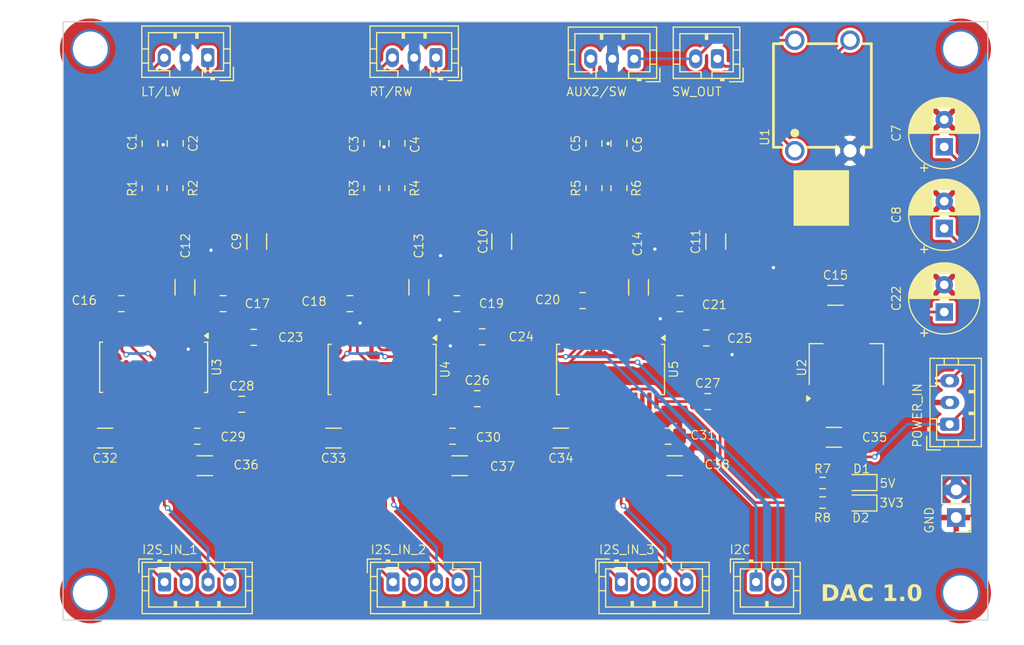
<source format=kicad_pcb>
(kicad_pcb (version 20240108) (generator "pcbnew") (generator_version "8.0")
  (layers (0 "F.Cu" signal) (31 "B.Cu" signal) (34 "B.Paste" user) (35 "F.Paste" user) (36 "B.SilkS" user "B.Silkscreen") (37 "F.SilkS" user "F.Silkscreen") (38 "B.Mask" user) (39 "F.Mask" user) (44 "Edge.Cuts" user))
  (net 0 "")
  (net 1 "MCLK0")
  (net 2 "MCLK1")
  (net 3 "LEFT_WOOFER")
  (net 4 "AGND")
  (net 5 "GND")
  (net 6 "3V3")
  (net 7 "5V")
  (net 8 "Net-(D1-A)")
  (net 9 "Net-(D2-A)")
  (net 10 "LEFT_TWEETER")
  (net 11 "SDA")
  (net 12 "SCL")
  (net 13 "MCLK2")
  (net 14 "RIGHT_TWEETER")
  (net 15 "LRCLK0")
  (net 16 "BCLK0")
  (net 17 "DATA0")
  (net 18 "LRCLK1")
  (net 19 "DATA1")
  (net 25 "BCLK1")
  (net 26 "DATA2")
  (net 27 "RIGHT_WOOFER")
  (net 28 "LRCLK2")
  (net 29 "BCLK2")
  (net 30 "3V3A")
  (net 31 "Net-(U3-CAPP)")
  (net 32 "Net-(U3-CAPM)")
  (net 33 "Net-(U3-LDOO)")
  (net 34 "Net-(U3-VNEG)")
  (net 35 "LW_OUT_PRE")
  (net 36 "LT_OUT_PRE")
  (net 37 "RT_OUT_PRE")
  (net 38 "RW_OUT_PRE")
  (net 39 "SW_OUT_PRE")
  (net 40 "SW_OUT")
  (net 41 "SW_NEG")
  (net 42 "SUBWOOFER")
  (net 43 "SPARE_OUT")
  (net 44 "SPARE_OUT_PRE")
  (net 45 "Net-(U4-VNEG)")
  (net 46 "Net-(U5-VNEG)")
  (net 47 "Net-(U4-CAPP)")
  (net 48 "Net-(U4-CAPM)")
  (net 49 "Net-(U5-CAPM)")
  (net 50 "Net-(U5-CAPP)")
  (net 51 "Net-(U4-LDOO)")
  (net 52 "Net-(U5-LDOO)")
  (footprint "Capacitor_SMD:C_1206_3216Metric_Pad1.33x1.80mm_HandSolder" (layer "F.Cu") (at 95.3864 98.4775)
    (property "Reference" "C37")
    (property "Value" "10U")
  )
  (footprint "Capacitor_SMD:C_0805_2012Metric_Pad1.18x1.45mm_HandSolder" (layer "F.Cu") (at 66.9364 68.8525 90)
    (property "Reference" "C1")
    (property "Value" "2.2n 50V C0G")
  )
  (footprint "Package_SO:TSSOP-28_4.4x9.7mm_P0.65mm" (layer "F.Cu") (at 67.2614 89.4275 -90)
    (property "Reference" "U3")
    (property "Value" "PCM5122PW")
  )
  (footprint "Capacitor_SMD:C_0805_2012Metric_Pad1.18x1.45mm_HandSolder" (layer "F.Cu") (at 94.7364 95.765 180)
    (property "Reference" "C30")
    (property "Value" "0.1U")
  )
  (footprint "Connector_JST:JST_PH_B3B-PH-K_1x03_P2.00mm_Vertical" (layer "F.Cu") (at 72.2364 60.965 180)
    (property "Reference" "J1" (hide yes))
    (property "Value" "Conn_01x03_Pin")
  )
  (footprint "Capacitor_SMD:C_1206_3216Metric_Pad1.33x1.80mm_HandSolder" (layer "F.Cu") (at 71.9614 98.4775)
    (property "Reference" "C36")
    (property "Value" "10U")
  )
  (footprint "Connector_JST:JST_PH_B2B-PH-K_1x02_P2.00mm_Vertical" (layer "F.Cu") (at 119.0864 61.065 180)
    (property "Reference" "J4" (hide yes))
    (property "Value" "Conn_01x02_Pin")
  )
  (footprint "Resistor_SMD:R_0805_2012Metric_Pad1.20x1.40mm_HandSolder" (layer "F.Cu") (at 66.9364 72.965 90)
    (property "Reference" "R1")
    (property "Value" "470R TF")
  )
  (footprint "Capacitor_SMD:C_0805_2012Metric_Pad1.18x1.45mm_HandSolder" (layer "F.Cu") (at 75.3614 92.8275)
    (property "Reference" "C28")
    (property "Value" "0.1U")
  )
  (footprint "Capacitor_SMD:C_0805_2012Metric_Pad1.18x1.45mm_HandSolder" (layer "F.Cu") (at 64.2989 83.5775 180)
    (property "Reference" "C16")
    (property "Value" "0.1U")
  )
  (footprint "Capacitor_SMD:C_0805_2012Metric_Pad1.18x1.45mm_HandSolder" (layer "F.Cu") (at 97.0114 92.315)
    (property "Reference" "C26")
    (property "Value" "0.1U")
  )
  (footprint "Connector_JST:JST_PH_B3B-PH-K_1x03_P2.00mm_Vertical" (layer "F.Cu") (at 140.4364 94.665 90)
    (property "Reference" "J5" (hide yes))
    (property "Value" "Conn_01x03_Pin")
  )
  (footprint "easyeda2kicad:XFMR-TH_4P-L9.5-W9.0-P5.08-LS10.2_C9900096976" (layer "F.Cu") (at 128.7364 64.445 90)
    (property "Reference" "U1")
    (property "Value" "DA101C_C6931652")
  )
  (footprint "Capacitor_SMD:C_0805_2012Metric_Pad1.18x1.45mm_HandSolder" (layer "F.Cu") (at 69.2364 68.8525 90)
    (property "Reference" "C2")
    (property "Value" "2.2n 50V C0G")
  )
  (footprint "Package_TO_SOT_SMD:SOT-223-3_TabPin2" (layer "F.Cu") (at 130.9364 89.165 90)
    (property "Reference" "U2")
    (property "Value" "AMS1117-3.3")
  )
  (footprint "Connector_JST:JST_PH_B2B-PH-K_1x02_P2.00mm_Vertical" (layer "F.Cu") (at 122.6364 109.165)
    (property "Reference" "J10" (hide yes))
    (property "Value" "Conn_01x02_Pin")
  )
  (footprint "Capacitor_SMD:C_1206_3216Metric_Pad1.33x1.80mm_HandSolder" (layer "F.Cu") (at 111.8364 82.0775 -90)
    (property "Reference" "C14")
    (property "Value" "2.2u 25V")
  )
  (footprint "Capacitor_SMD:C_1206_3216Metric_Pad1.33x1.80mm_HandSolder" (layer "F.Cu") (at 76.7364 77.865 90)
    (property "Reference" "C9")
    (property "Value" "10U")
  )
  (footprint "MountingHole:MountingHole_3.2mm_M3_DIN965_Pad_TopOnly" (layer "F.Cu") (at 61.4364 110.165)
    (property "Reference" "H3" (hide yes))
    (property "Value" "MountingHole")
  )
  (footprint "Capacitor_THT:CP_Radial_D6.3mm_P2.50mm" (layer "F.Cu") (at 139.9364 76.665 90)
    (property "Reference" "C8")
    (property "Value" "220u")
  )
  (footprint "Capacitor_SMD:C_0805_2012Metric_Pad1.18x1.45mm_HandSolder" (layer "F.Cu") (at 106.6989 83.2975 180)
    (property "Reference" "C20")
    (property "Value" "0.1U")
  )
  (footprint "Capacitor_SMD:C_1206_3216Metric_Pad1.33x1.80mm_HandSolder" (layer "F.Cu") (at 91.6364 82.0775 -90)
    (property "Reference" "C13")
    (property "Value" "2.2u 25V")
  )
  (footprint "Capacitor_SMD:C_1206_3216Metric_Pad1.33x1.80mm_HandSolder" (layer "F.Cu") (at 129.9364 82.815)
    (property "Reference" "C15")
    (property "Value" "10U")
  )
  (footprint "MountingHole:MountingHole_3.2mm_M3_DIN965_Pad_TopOnly" (layer "F.Cu") (at 141.4364 110.165)
    (property "Reference" "H4" (hide yes))
    (property "Value" "MountingHole")
  )
  (footprint "Capacitor_THT:CP_Radial_D6.3mm_P2.50mm" (layer "F.Cu") (at 139.9364 69.165 90)
    (property "Reference" "C7")
    (property "Value" "220u")
  )
  (footprint "Resistor_SMD:R_0603_1608Metric_Pad0.98x0.95mm_HandSolder" (layer "F.Cu") (at 128.7489 101.865)
    (property "Reference" "R8")
    (property "Value" "150R")
  )
  (footprint "Capacitor_SMD:C_0805_2012Metric_Pad1.18x1.45mm_HandSolder" (layer "F.Cu") (at 73.6364 83.5775 180)
    (property "Reference" "C17")
    (property "Value" "2.2u 25V")
  )
  (footprint "Capacitor_SMD:C_0805_2012Metric_Pad1.18x1.45mm_HandSolder" (layer "F.Cu") (at 71.2715 95.765 180)
    (property "Reference" "C29")
    (property "Value" "0.1U")
  )
  (footprint "Capacitor_SMD:C_1206_3216Metric_Pad1.33x1.80mm_HandSolder" (layer "F.Cu") (at 129.7989 95.865 180)
    (property "Reference" "C35")
    (property "Value" "10U")
  )
  (footprint "Capacitor_SMD:C_0805_2012Metric_Pad1.18x1.45mm_HandSolder" (layer "F.Cu") (at 97.4614 86.6275)
    (property "Reference" "C24")
    (property "Value" "0.1U")
  )
  (footprint "Capacitor_SMD:C_1206_3216Metric_Pad1.33x1.80mm_HandSolder" (layer "F.Cu") (at 99.2614 77.865 90)
    (property "Reference" "C10")
    (property "Value" "10U")
  )
  (footprint "Capacitor_THT:CP_Radial_D6.3mm_P2.50mm" (layer "F.Cu") (at 139.9364 84.3474 90)
    (property "Reference" "C22")
    (property "Value" "220u")
  )
  (footprint "Capacitor_SMD:C_1206_3216Metric_Pad1.33x1.80mm_HandSolder" (layer "F.Cu") (at 118.9364 77.865 90)
    (property "Reference" "C11")
    (property "Value" "10U")
  )
  (footprint "Connector_JST:JST_PH_B4B-PH-K_1x04_P2.00mm_Vertical" (layer "F.Cu") (at 89.2614 109.165)
    (property "Reference" "J8" (hide yes))
    (property "Value" "Conn_01x04_Pin")
  )
  (footprint "MountingHole:MountingHole_3.2mm_M3_DIN965_Pad_TopOnly" (layer "F.Cu") (at 141.4364 60.165)
    (property "Reference" "H2" (hide yes))
    (property "Value" "MountingHole")
  )
  (footprint "Resistor_SMD:R_0805_2012Metric_Pad1.20x1.40mm_HandSolder" (layer "F.Cu") (at 87.3364 72.965 90)
    (property "Reference" "R3")
    (property "Value" "470R TF")
  )
  (footprint "Connector_PinHeader_2.54mm:PinHeader_1x02_P2.54mm_Vertical" (layer "F.Cu") (at 141.0364 103.24 180)
    (property "Reference" "J6" (hide yes))
    (property "Value" "Conn_01x02_Pin")
  )
  (footprint "Connector_JST:JST_PH_B3B-PH-K_1x03_P2.00mm_Vertical" (layer "F.Cu") (at 111.4364 61.065 180)
    (property "Reference" "J3" (hide yes))
    (property "Value" "Conn_01x03_Pin")
  )
  (footprint "Connector_JST:JST_PH_B3B-PH-K_1x03_P2.00mm_Vertical" (layer "F.Cu") (at 93.2114 60.965 180)
    (property "Reference" "J2" (hide yes))
    (property "Value" "Conn_01x03_Pin")
  )
  (footprint "Resistor_SMD:R_0805_2012Metric_Pad1.20x1.40mm_HandSolder" (layer "F.Cu") (at 110.0364 72.965 90)
    (property "Reference" "R6")
    (property "Value" "470R TF")
  )
  (footprint "Resistor_SMD:R_0805_2012Metric_Pad1.20x1.40mm_HandSolder" (layer "F.Cu") (at 89.6232 72.965 90)
    (property "Reference" "R4")
    (property "Value" "470R TF")
  )
  (footprint "Capacitor_SMD:C_0805_2012Metric_Pad1.18x1.45mm_HandSolder" (layer "F.Cu") (at 95.1364 83.5775 180)
    (property "Reference" "C19")
    (property "Value" "2.2u 25V")
  )
  (footprint "Capacitor_SMD:C_1206_3216Metric_Pad1.33x1.80mm_HandSolder" (layer "F.Cu") (at 83.7989 95.935 180)
    (property "Reference" "C33")
    (property "Value" "10U")
  )
  (footprint "Capacitor_SMD:C_0805_2012Metric_Pad1.18x1.45mm_HandSolder" (layer "F.Cu") (at 85.2989 83.5775 180)
    (property "Reference" "C18")
    (property "Value" "0.1U")
  )
  (footprint "Resistor_SMD:R_0805_2012Metric_Pad1.20x1.40mm_HandSolder" (layer "F.Cu") (at 107.7364 72.965 90)
    (property "Reference" "R5")
    (property "Value" "470R TF")
  )
  (footprint "Capacitor_SMD:C_0805_2012Metric_Pad1.18x1.45mm_HandSolder" (layer "F.Cu") (at 89.6232 68.8525 90)
    (property "Reference" "C4")
    (property "Value" "2.2n 50V C0G")
  )
  (footprint "Capacitor_SMD:C_1206_3216Metric_Pad1.33x1.80mm_HandSolder" (layer "F.Cu") (at 70.1364 82.0775 -90)
    (property "Reference" "C12")
    (property "Value" "2.2u 25V")
  )
  (footprint "Capacitor_SMD:C_1206_3216Metric_Pad1.33x1.80mm_HandSolder" (layer "F.Cu") (at 62.7989 95.935 180)
    (property "Reference" "C32")
    (property "Value" "10U")
  )
  (footprint "LED_SMD:LED_0603_1608Metric" (layer "F.Cu") (at 132.2614 101.905 180)
    (property "Reference" "D2")
    (property "Value" "BLUE")
  )
  (footprint "Capacitor_SMD:C_0805_2012Metric_Pad1.18x1.45mm_HandSolder" (layer "F.Cu") (at 107.7364 68.8525 90)
    (property "Reference" "C5")
    (property "Value" "2.2n 50V C0G")
  )
  (footprint "Package_SO:TSSOP-28_4.4x9.7mm_P0.65mm" (layer "F.Cu") (at 109.2614 89.6275 -90)
    (property "Reference" "U5")
    (property "Value" "PCM5122PW")
  )
  (footprint "Resistor_SMD:R_0805_2012Metric_Pad1.20x1.40mm_HandSolder" (layer "F.Cu") (at 69.2232 72.965 90)
    (property "Reference" "R2")
    (property "Value" "470R TF")
  )
  (footprint "Package_SO:TSSOP-28_4.4x9.7mm_P0.65mm" (layer "F.Cu") (at 88.2614 89.6275 -90)
    (property "Reference" "U4")
    (property "Value" "PCM5122PW")
  )
  (footprint "LED_SMD:LED_0603_1608Metric" (layer "F.Cu") (at 132.2614 100.025 180)
    (property "Reference" "D1")
    (property "Value" "RED")
  )
  (footprint "Capacitor_SMD:C_1206_3216Metric_Pad1.33x1.80mm_HandSolder" (layer "F.Cu") (at 104.6989 95.935 180)
    (property "Reference" "C34")
    (property "Value" "10U")
  )
  (footprint "Capacitor_SMD:C_0805_2012Metric_Pad1.18x1.45mm_HandSolder" (layer "F.Cu") (at 114.5614 95.765 180)
    (property "Reference" "C31")
    (property "Value" "0.1U")
  )
  (footprint "Capacitor_SMD:C_0805_2012Metric_Pad1.18x1.45mm_HandSolder" (layer "F.Cu") (at 76.4614 86.6775)
    (property "Reference" "C23")
    (property "Value" "0.1U")
  )
  (footprint "Connector_JST:JST_PH_B4B-PH-K_1x04_P2.00mm_Vertical" (layer "F.Cu") (at 68.2614 109.165)
    (property "Reference" "J7" (hide yes))
    (property "Value" "Conn_01x04_Pin")
  )
  (footprint "Capacitor_SMD:C_0805_2012Metric_Pad1.18x1.45mm_HandSolder" (layer "F.Cu") (at 110.0364 68.8525 90)
    (property "Reference" "C6")
    (property "Value" "2.2n 50V C0G")
  )
  (footprint "Connector_JST:JST_PH_B4B-PH-K_1x04_P2.00mm_Vertical" (layer "F.Cu") (at 110.2614 109.165)
    (property "Reference" "J9" (hide yes))
    (property "Value" "Conn_01x04_Pin")
  )
  (footprint "Capacitor_SMD:C_1206_3216Metric_Pad1.33x1.80mm_HandSolder" (layer "F.Cu") (at 115.1614 98.4775)
    (property "Reference" "C38")
    (property "Value" "10U")
  )
  (footprint "Capacitor_SMD:C_0805_2012Metric_Pad1.18x1.45mm_HandSolder" (layer "F.Cu") (at 118.0614 86.7275)
    (property "Reference" "C25")
    (property "Value" "0.1U")
  )
  (footprint "Capacitor_SMD:C_0805_2012Metric_Pad1.18x1.45mm_HandSolder" (layer "F.Cu") (at 87.3364 68.8525 90)
    (property "Reference" "C3")
    (property "Value" "2.2n 50V C0G")
  )
  (footprint "Capacitor_SMD:C_0805_2012Metric_Pad1.18x1.45mm_HandSolder" (layer "F.Cu") (at 115.6364 83.5775 180)
    (property "Reference" "C21")
    (property "Value" "2.2u 25V")
  )
  (footprint "Resistor_SMD:R_0603_1608Metric_Pad0.98x0.95mm_HandSolder" (layer "F.Cu") (at 128.7489 100.065)
    (property "Reference" "R7")
    (property "Value" "1.3K")
  )
  (footprint "Capacitor_SMD:C_0805_2012Metric_Pad1.18x1.45mm_HandSolder" (layer "F.Cu") (at 118.1989 92.5775)
    (property "Reference" "C27")
    (property "Value" "0.1U")
  )
  (footprint "MountingHole:MountingHole_3.2mm_M3_DIN965_Pad_TopOnly" (layer "F.Cu") (at 61.4364 60.165)
    (property "Reference" "H1" (hide yes))
    (property "Value" "MountingHole")
  )
  (gr_rect (start 126.1364 71.365) (end 131.1364 76.365) (stroke (width 0.1)) (fill solid) (layer "F.SilkS"))
  (gr_line (start 58.9364 112.665) (end 58.9364 57.665) (stroke (width 0.1)) (layer "Edge.Cuts"))
  (gr_line (start 58.9364 57.665) (end 143.9364 57.665) (stroke (width 0.1)) (layer "Edge.Cuts"))
  (gr_line (start 143.9364 112.665) (end 58.9364 112.665) (stroke (width 0.1)) (layer "Edge.Cuts"))
  (gr_line (start 143.9364 57.665) (end 143.9364 112.665) (stroke (width 0.1)) (layer "Edge.Cuts"))
  (gr_text "DAC 1.0" (at 137.9364 111.165 0) (layer "F.SilkS") (effects (font (size 1.5 1.5) (thickness 0.1) (bold yes)) (justify right bottom)))
  (gr_text "I2S_IN_3" (at 108.1364 106.665 0) (layer "F.SilkS") (effects (font (size 0.8 0.8) (thickness 0.1)) (justify left bottom)))
  (gr_text "GND" (at 139.0364 104.765 90) (layer "F.SilkS") (effects (font (size 0.8 0.8) (thickness 0.1)) (justify left bottom)))
  (gr_text "3V3" (at 133.9364 102.365 0) (layer "F.SilkS") (effects (font (size 0.8 0.8) (thickness 0.1)) (justify left bottom)))
  (gr_text "RT/RW" (at 87.0364 64.565 0) (layer "F.SilkS") (effects (font (size 0.8 0.8) (thickness 0.1)) (justify left bottom)))
  (gr_text "SW_OUT" (at 114.8364 64.565 0) (layer "F.SilkS") (effects (font (size 0.8 0.8) (thickness 0.1)) (justify left bottom)))
  (gr_text "LT/LW" (at 66.0364 64.565 0) (layer "F.SilkS") (effects (font (size 0.8 0.8) (thickness 0.1)) (justify left bottom)))
  (gr_text "AUX2/SW" (at 105.1364 64.565 0) (layer "F.SilkS") (effects (font (size 0.8 0.8) (thickness 0.1)) (justify left bottom)))
  (gr_text "I2C" (at 120.1364 106.665 0) (layer "F.SilkS") (effects (font (size 0.8 0.8) (thickness 0.1)) (justify left bottom)))
  (gr_text "5V" (at 133.9364 100.565 0) (layer "F.SilkS") (effects (font (size 0.8 0.8) (thickness 0.1)) (justify left bottom)))
  (gr_text "I2S_IN_1" (at 66.1364 106.665 0) (layer "F.SilkS") (effects (font (size 0.8 0.8) (thickness 0.1)) (justify left bottom)))
  (gr_text "POWER_IN" (at 137.9364 96.865 90) (layer "F.SilkS") (effects (font (size 0.8 0.8) (thickness 0.1)) (justify left bottom)))
  (gr_text "I2S_IN_2" (at 87.1364 106.665 0) (layer "F.SilkS") (effects (font (size 0.8 0.8) (thickness 0.1)) (justify left bottom)))
  (segment (start 66.2864 107.19) (end 66.2864 92.29) (width 0.25) (layer "F.Cu") (net 1))
  (segment (start 68.2614 109.165) (end 66.2864 107.19) (width 0.25) (layer "F.Cu") (net 1))
  (segment (start 87.2864 107.19) (end 87.2864 92.49) (width 0.25) (layer "F.Cu") (net 2))
  (segment (start 89.2614 109.165) (end 87.2864 107.19) (width 0.25) (layer "F.Cu") (net 2))
  (segment (start 70.2864 70.7532) (end 70.2864 68.8775) (width 0.25) (layer "F.Cu") (net 3))
  (segment (start 69.2364 67.465) (end 72.2364 64.465) (width 0.25) (layer "F.Cu") (net 3))
  (segment (start 70.2864 68.8775) (end 69.2364 67.8275) (width 0.25) (layer "F.Cu") (net 3))
  (segment (start 69.2232 71.8164) (end 70.2864 70.7532) (width 0.25) (layer "F.Cu") (net 3))
  (segment (start 72.2364 64.465) (end 72.2364 60.965) (width 0.25) (layer "F.Cu") (net 3))
  (segment (start 110.0364 69.865) (end 109.0364 68.865) (width 0.25) (layer "F.Cu") (net 4))
  (segment (start 120.4364 88.065) (end 120.4364 88.265) (width 0.25) (layer "F.Cu") (net 4))
  (segment (start 69.0739 69.9025) (end 68.1364 68.965) (width 0.25) (layer "F.Cu") (net 4))
  (segment (start 70.1864 86.565) (end 70.1864 87.515) (width 0.25) (layer "F.Cu") (net 4))
  (segment (start 113.295088 84.965) (end 113.8364 84.965) (width 0.25) (layer "F.Cu") (net 4))
  (segment (start 110.0364 69.89) (end 110.0364 69.865) (width 0.25) (layer "F.Cu") (net 4))
  (segment (start 129.9364 80.265) (end 124.2364 80.265) (width 0.25) (layer "F.Cu") (net 4))
  (segment (start 91.1864 86.765) (end 91.1864 86.027501) (width 0.25) (layer "F.Cu") (net 4))
  (segment (start 70.1864 87.515) (end 70.4364 87.765) (width 0.25) (layer "F.Cu") (net 4))
  (segment (start 86.6364 86.765) (end 86.6364 85.765) (width 0.25) (layer "F.Cu") (net 4))
  (segment (start 111.8364 80.065) (end 113.3364 78.565) (width 0.25) (layer "F.Cu") (net 4))
  (segment (start 129.9364 80.265) (end 131.4989 81.8275) (width 0.25) (layer "F.Cu") (net 4))
  (segment (start 131.4989 82.815) (end 131.4989 81.8275) (width 0.25) (layer "F.Cu") (net 4))
  (segment (start 92.048901 85.165) (end 93.4364 85.165) (width 0.25) (layer "F.Cu") (net 4))
  (segment (start 112.1864 86.073688) (end 113.295088 84.965) (width 0.25) (layer "F.Cu") (net 4))
  (segment (start 92.2864 80.515) (end 93.6364 79.165) (width 0.25) (layer "F.Cu") (net 4))
  (segment (start 70.6864 80.515) (end 72.5364 78.665) (width 0.25) (layer "F.Cu") (net 4))
  (segment (start 89.3739 70.1025) (end 88.4364 69.165) (width 0.25) (layer "F.Cu") (net 4))
  (segment (start 93.4364 85.165) (end 93.5364 85.065) (width 0.25) (layer "F.Cu") (net 4))
  (segment (start 119.0989 86.7275) (end 120.4364 88.065) (width 0.25) (layer "F.Cu") (net 4))
  (segment (start 86.6364 85.765) (end 86.2364 85.365) (width 0.25) (layer "F.Cu") (net 4))
  (segment (start 91.1864 86.027501) (end 92.048901 85.165) (width 0.25) (layer "F.Cu") (net 4))
  (segment (start 112.1864 86.765) (end 112.1864 86.073688) (width 0.25) (layer "F.Cu") (net 4))
  (via (at 93.5364 85.065) (size 0.5) (drill 0.3) (layers "F.Cu" "B.Cu") (net 4))
  (via (at 113.3364 78.565) (size 0.5) (drill 0.3) (layers "F.Cu" "B.Cu") (net 4))
  (via (at 72.5364 78.665) (size 0.5) (drill 0.3) (layers "F.Cu" "B.Cu") (net 4))
  (via (at 120.4364 88.265) (size 0.5) (drill 0.3) (layers "F.Cu" "B.Cu") (net 4))
  (via (at 68.1364 68.965) (size 0.5) (drill 0.3) (layers "F.Cu" "B.Cu") (net 4))
  (via (at 93.6364 79.165) (size 0.5) (drill 0.3) (layers "F.Cu" "B.Cu") (net 4))
  (via (at 113.8364 84.965) (size 0.5) (drill 0.3) (layers "F.Cu" "B.Cu") (net 4))
  (via (at 94.5364 87.465) (size 0.5) (drill 0.3) (layers "F.Cu" "B.Cu") (net 4))
  (via (at 86.2364 85.365) (size 0.5) (drill 0.3) (layers "F.Cu" "B.Cu") (net 4))
  (via (at 109.0364 68.865) (size 0.5) (drill 0.3) (layers "F.Cu" "B.Cu") (net 4))
  (via (at 88.4364 69.165) (size 0.5) (drill 0.3) (layers "F.Cu" "B.Cu") (net 4))
  (via (at 70.4364 87.765) (size 0.5) (drill 0.3) (layers "F.Cu" "B.Cu") (net 4))
  (via (at 124.2364 80.265) (size 0.5) (drill 0.3) (layers "F.Cu" "B.Cu") (net 4))
  (segment (start 91.8364 92.49) (end 91.8364 93.181312) (width 0.25) (layer "F.Cu") (net 5))
  (segment (start 91.8364 93.181312) (end 92.620088 93.965) (width 0.25) (layer "F.Cu") (net 5))
  (segment (start 92.620088 93.965) (end 93.5364 93.965) (width 0.25) (layer "F.Cu") (net 5))
  (segment (start 127.8364 101.865) (end 122.5364 101.865) (width 0.25) (layer "F.Cu") (net 6))
  (segment (start 128.8489 99.5525) (end 130.7364 97.665) (width 0.25) (layer "F.Cu") (net 6))
  (segment (start 106.844556 91.656844) (end 107.0739 91.4275) (width 0.25) (layer "F.Cu") (net 6))
  (segment (start 106.844556 91.656844) (end 106.9864 91.798688) (width 0.25) (layer "F.Cu") (net 6))
  (segment (start 86.311401 91.4275) (end 75.7239 91.4275) (width 0.25) (layer "F.Cu") (net 6))
  (segment (start 92.115212 91.4275) (end 92.4864 91.798688) (width 0.25) (layer "F.Cu") (net 6))
  (segment (start 113.161399 91.4275) (end 111.257588 91.4275) (width 0.25) (layer "F.Cu") (net 6))
  (segment (start 71.4864 91.552501) (end 71.161399 91.2275) (width 0.25) (layer "F.Cu") (net 6))
  (segment (start 63.6864 91.598688) (end 63.6864 92.29) (width 0.25) (layer "F.Cu") (net 6))
  (segment (start 89.8864 92.49) (end 89.8864 91.752501) (width 0.25) (layer "F.Cu") (net 6))
  (segment (start 92.6364 91.265) (end 92.294556 91.606844) (width 0.25) (layer "F.Cu") (net 6))
  (segment (start 117.1614 92.5775) (end 113.5739 92.5775) (width 0.25) (layer "F.Cu") (net 6))
  (segment (start 105.6864 95.59) (end 105.6864 92.49) (width 0.25) (layer "F.Cu") (net 6))
  (segment (start 85.9864 96.04) (end 85.9864 92.49) (width 0.25) (layer "F.Cu") (net 6))
  (segment (start 119.3364 95.565) (end 117.1614 93.39) (width 0.25) (layer "F.Cu") (net 6))
  (segment (start 85.9864 91.752501) (end 86.311401 91.4275) (width 0.25) (layer "F.Cu") (net 6))
  (segment (start 85.9864 92.49) (end 85.9864 91.752501) (width 0.25) (layer "F.Cu") (net 6))
  (segment (start 110.8864 91.798688) (end 110.8864 92.49) (width 0.25) (layer "F.Cu") (net 6))
  (segment (start 64.661399 91.2275) (end 64.057588 91.2275) (width 0.25) (layer "F.Cu") (net 6))
  (segment (start 105.5364 91.265) (end 92.6364 91.265) (width 0.25) (layer "F.Cu") (net 6))
  (segment (start 106.2614 96.165) (end 105.6864 95.59) (width 0.25) (layer "F.Cu") (net 6))
  (segment (start 74.3239 92.8275) (end 72.0239 92.8275) (width 0.25) (layer "F.Cu") (net 6))
  (segment (start 64.9864 95.54) (end 64.3614 96.165) (width 0.25) (layer "F.Cu") (net 6))
  (segment (start 106.011401 91.4275) (end 106.615212 91.4275) (width 0.25) (layer "F.Cu") (net 6))
  (segment (start 92.6614 92.315) (end 92.4864 92.49) (width 0.25) (layer "F.Cu") (net 6))
  (segment (start 143.2364 72.465) (end 143.2364 91.865) (width 0.25) (layer "F.Cu") (net 6))
  (segment (start 105.6864 91.752501) (end 105.855151 91.583751) (width 0.25) (layer "F.Cu") (net 6))
  (segment (start 105.855151 91.583751) (end 105.5364 91.265) (width 0.25) (layer "F.Cu") (net 6))
  (segment (start 92.4864 91.798688) (end 92.4864 92.49) (width 0.25) (layer "F.Cu") (net 6))
  (segment (start 105.6864 92.49) (end 105.6864 91.752501) (width 0.25) (layer "F.Cu") (net 6))
  (segment (start 64.9864 91.552501) (end 64.661399 91.2275) (width 0.25) (layer "F.Cu") (net 6))
  (segment (start 106.9864 91.798688) (end 106.9864 92.49) (width 0.25) (layer "F.Cu") (net 6))
  (segment (start 113.4864 91.752501) (end 113.161399 91.4275) (width 0.25) (layer "F.Cu") (net 6))
  (segment (start 117.1614 93.39) (end 117.1614 92.5775) (width 0.25) (layer "F.Cu") (net 6))
  (segment (start 105.855151 91.583751) (end 106.011401 91.4275) (width 0.25) (layer "F.Cu") (net 6))
  (segment (start 127.8364 101.865) (end 128.8489 100.8525) (width 0.25) (layer "F.Cu") (net 6))
  (segment (start 90.00515 91.63375) (end 90.211401 91.4275) (width 0.25) (layer "F.Cu") (net 6))
  (segment (start 64.9864 92.29) (end 64.9864 95.54) (width 0.25) (layer "F.Cu") (net 6))
  (segment (start 143.2364 91.865) (end 140.4364 94.665) (width 0.25) (layer "F.Cu") (net 6))
  (segment (start 89.7989 91.4275) (end 90.00515 91.63375) (width 0.25) (layer "F.Cu") (net 6))
  (segment (start 95.9739 92.315) (end 92.6614 92.315) (width 0.25) (layer "F.Cu") (net 6))
  (segment (start 128.8489 100.8525) (end 128.8489 99.5525) (width 0.25) (layer "F.Cu") (net 6))
  (segment (start 64.9864 92.29) (end 64.9864 91.552501) (width 0.25) (layer "F.Cu") (net 6))
  (segment (start 89.8864 91.752501) (end 90.00515 91.63375) (width 0.25) (layer "F.Cu") (net 6))
  (segment (start 86.311401 91.4275) (end 89.7989 91.4275) (width 0.25) (layer "F.Cu") (net 6))
  (segment (start 107.0739 91.4275) (end 110.7989 91.4275) (width 0.25) (layer "F.Cu") (net 6))
  (segment (start 71.161399 91.2275) (end 65.357588 91.2275) (width 0.25) (layer "F.Cu") (net 6))
  (segment (start 119.3364 98.665) (end 122.5364 101.865) (width 0.25) (layer "F.Cu") (net 6))
  (segment (start 110.7989 91.4275) (end 111.028244 91.656844) (width 0.25) (layer "F.Cu") (net 6))
  (segment (start 130.7364 97.665) (end 133.6364 97.665) (width 0.25) (layer "F.Cu") (net 6))
  (segment (start 113.5739 92.5775) (end 113.4864 92.49) (width 0.25) (layer "F.Cu") (net 6))
  (segment (start 139.9364 69.165) (end 143.2364 72.465) (width 0.25) (layer "F.Cu") (net 6))
  (segment (start 111.257588 91.4275) (end 111.028244 91.656844) (width 0.25) (layer "F.Cu") (net 6))
  (segment (start 64.057588 91.2275) (end 63.6864 91.598688) (width 0.25) (layer "F.Cu") (net 6))
  (segment (start 65.357588 91.2275) (end 64.9864 91.598688) (width 0.25) (layer "F.Cu") (net 6))
  (segment (start 64.9864 91.598688) (end 64.9864 92.29) (width 0.25) (layer "F.Cu") (net 6))
  (segment (start 75.7239 91.4275) (end 74.3239 92.8275) (width 0.25) (layer "F.Cu") (net 6))
  (segment (start 71.4864 92.29) (end 71.4864 91.552501) (width 0.25) (layer "F.Cu") (net 6))
  (segment (start 72.0239 92.8275) (end 71.4864 92.29) (width 0.25) (layer "F.Cu") (net 6))
  (segment (start 119.3364 98.665) (end 119.3364 95.565) (width 0.25) (layer "F.Cu") (net 6))
  (segment (start 111.028244 91.656844) (end 110.8864 91.798688) (width 0.25) (layer "F.Cu") (net 6))
  (segment (start 90.211401 91.4275) (end 92.115212 91.4275) (width 0.25) (layer "F.Cu") (net 6))
  (segment (start 106.615212 91.4275) (end 106.844556 91.656844) (width 0.25) (layer "F.Cu") (net 6))
  (segment (start 113.4864 92.49) (end 113.4864 91.752501) (width 0.25) (layer "F.Cu") (net 6))
  (via (at 133.5364 97.665) (size 0.5) (drill 0.3) (layers "F.Cu" "B.Cu") (net 6))
  (segment (start 136.5364 94.665) (end 133.5364 97.665) (width 0.25) (layer "B.Cu") (net 6))
  (segment (start 140.4364 94.665) (end 136.5364 94.665) (width 0.25) (layer "B.Cu") (net 6))
  (segment (start 131.3614 94.19) (end 133.2364 92.315) (width 0.25) (layer "F.Cu") (net 7))
  (segment (start 131.3614 95.865) (end 131.3614 94.19) (width 0.25) (layer "F.Cu") (net 7))
  (segment (start 127.8364 99.39) (end 127.8364 100.065) (width 0.25) (layer "F.Cu") (net 7))
  (segment (start 131.3614 95.865) (end 127.8364 99.39) (width 0.25) (layer "F.Cu") (net 7))
  (segment (start 140.4364 90.665) (end 141.7364 89.365) (width 0.25) (layer "F.Cu") (net 7))
  (segment (start 141.7364 89.365) (end 141.7364 78.465) (width 0.25) (layer "F.Cu") (net 7))
  (segment (start 141.7364 78.465) (end 139.9364 76.665) (width 0.25) (layer "F.Cu") (net 7))
  (segment (start 134.8864 90.665) (end 133.2364 92.315) (width 0.25) (layer "F.Cu") (net 7))
  (segment (start 140.4364 90.665) (end 134.8864 90.665) (width 0.25) (layer "F.Cu") (net 7))
  (segment (start 131.3239 99.865) (end 129.8614 99.865) (width 0.25) (layer "F.Cu") (net 8))
  (segment (start 131.3239 102.065) (end 129.8614 102.065) (width 0.25) (layer "F.Cu") (net 9))
  (segment (start 65.8864 68.865) (end 66.9364 67.815) (width 0.25) (layer "F.Cu") (net 10))
  (segment (start 66.9364 71.865) (end 65.8864 70.815) (width 0.25) (layer "F.Cu") (net 10))
  (segment (start 65.8864 70.815) (end 65.8864 68.865) (width 0.25) (layer "F.Cu") (net 10))
  (segment (start 66.9364 62.265) (end 68.2364 60.965) (width 0.25) (layer "F.Cu") (net 10))
  (segment (start 66.9364 67.815) (end 66.9364 62.265) (width 0.25) (layer "F.Cu") (net 10))
  (segment (start 64.9864 87.302499) (end 64.9864 86.565) (width 0.25) (layer "F.Cu") (net 11))
  (segment (start 111.7364 88.965) (end 105.523898 88.965) (width 0.25) (layer "F.Cu") (net 11))
  (segment (start 106.9864 86.765) (end 106.9864 87.502499) (width 0.25) (layer "F.Cu") (net 11))
  (segment (start 105.523898 88.965) (end 105.480149 89.008749) (width 0.25) (layer "F.Cu") (net 11))
  (segment (start 66.973901 89.29) (end 64.9864 87.302499) (width 0.25) (layer "F.Cu") (net 11))
  (segment (start 86.4114 89.29) (end 66.973901 89.29) (width 0.25) (layer "F.Cu") (net 11))
  (segment (start 106.9864 87.502499) (end 105.480149 89.008749) (width 0.25) (layer "F.Cu") (net 11))
  (segment (start 87.0489 89.0775) (end 86.8364 88.865) (width 0.25) (layer "F.Cu") (net 11))
  (segment (start 86.8364 88.865) (end 86.4114 89.29) (width 0.25) (layer "F.Cu") (net 11))
  (segment (start 85.9864 88.015) (end 85.9864 86.765) (width 0.25) (layer "F.Cu") (net 11))
  (segment (start 86.8364 88.865) (end 85.9864 88.015) (width 0.25) (layer "F.Cu") (net 11))
  (segment (start 105.480149 89.008749) (end 105.411399 89.0775) (width 0.25) (layer "F.Cu") (net 11))
  (segment (start 105.411399 89.0775) (end 87.0489 89.0775) (width 0.25) (layer "F.Cu") (net 11))
  (via (at 111.7364 88.965) (size 0.5) (drill 0.3) (layers "F.Cu" "B.Cu") (net 11))
  (segment (start 124.6364 109.165) (end 124.6364 101.865) (width 0.25) (layer "B.Cu") (net 11))
  (segment (start 124.6364 101.865) (end 111.7364 88.965) (width 0.25) (layer "B.Cu") (net 11))
  (segment (start 85.0364 88.165) (end 85.3364 87.865) (width 0.25) (layer "F.Cu") (net 12))
  (segment (start 85.0364 88.165) (end 84.3614 88.84) (width 0.25) (layer "F.Cu") (net 12))
  (segment (start 64.3364 87.865) (end 64.3364 86.565) (width 0.25) (layer "F.Cu") (net 12))
  (segment (start 106.3364 87.502499) (end 105.386399 88.4525) (width 0.25) (layer "F.Cu") (net 12))
  (segment (start 84.3614 88.84) (end 67.4114 88.84) (width 0.25) (layer "F.Cu") (net 12))
  (segment (start 67.4114 88.84) (end 66.7364 88.165) (width 0.25) (layer "F.Cu") (net 12))
  (segment (start 106.3364 86.765) (end 106.3364 87.502499) (width 0.25) (layer "F.Cu") (net 12))
  (segment (start 85.3364 87.865) (end 85.3364 86.765) (width 0.25) (layer "F.Cu") (net 12))
  (segment (start 105.386399 88.4525) (end 88.5364 88.4525) (width 0.25) (layer "F.Cu") (net 12))
  (segment (start 64.7364 88.265) (end 64.3364 87.865) (width 0.25) (layer "F.Cu") (net 12))
  (via (at 85.0364 88.165) (size 0.5) (drill 0.3) (layers "F.Cu" "B.Cu") (net 12))
  (via (at 64.7364 88.265) (size 0.5) (drill 0.3) (layers "F.Cu" "B.Cu") (net 12))
  (via (at 66.7364 88.165) (size 0.5) (drill 0.3) (layers "F.Cu" "B.Cu") (net 12))
  (via (at 105.1364 88.4525) (size 0.5) (drill 0.3) (layers "F.Cu" "B.Cu") (net 12))
  (via (at 88.5364 88.4525) (size 0.5) (drill 0.3) (layers "F.Cu" "B.Cu") (net 12))
  (segment (start 66.7364 88.165) (end 64.8364 88.165) (width 0.25) (layer "B.Cu") (net 12))
  (segment (start 122.6364 109.165) (end 122.6364 102.165) (width 0.25) (layer "B.Cu") (net 12))
  (segment (start 85.0364 88.165) (end 88.2489 88.165) (width 0.25) (layer "B.Cu") (net 12))
  (segment (start 64.8364 88.165) (end 64.7364 88.265) (width 0.25) (layer "B.Cu") (net 12))
  (segment (start 122.6364 102.165) (end 108.9239 88.4525) (width 0.25) (layer "B.Cu") (net 12))
  (segment (start 108.9239 88.4525) (end 105.1364 88.4525) (width 0.25) (layer "B.Cu") (net 12))
  (segment (start 88.2489 88.165) (end 88.5364 88.4525) (width 0.25) (layer "B.Cu") (net 12))
  (segment (start 110.2614 109.165) (end 108.2864 107.19) (width 0.25) (layer "F.Cu") (net 13))
  (segment (start 108.2864 107.19) (end 108.2864 92.49) (width 0.25) (layer "F.Cu") (net 13))
  (segment (start 87.3364 71.965) (end 86.2864 70.915) (width 0.25) (layer "F.Cu") (net 14))
  (segment (start 87.3364 68.0025) (end 87.3364 62.765) (width 0.25) (layer "F.Cu") (net 14))
  (segment (start 87.3364 62.765) (end 89.1364 60.965) (width 0.25) (layer "F.Cu") (net 14))
  (segment (start 86.2864 70.915) (end 86.2864 69.0525) (width 0.25) (layer "F.Cu") (net 14))
  (segment (start 86.2864 69.0525) (end 87.3364 68.0025) (width 0.25) (layer "F.Cu") (net 14))
  (segment (start 68.2364 102.065) (end 68.2364 92.29) (width 0.25) (layer "F.Cu") (net 15))
  (segment (start 68.5364 102.365) (end 68.2364 102.065) (width 0.25) (layer "F.Cu") (net 15))
  (via (at 68.5364 102.365) (size 0.5) (drill 0.3) (layers "F.Cu" "B.Cu") (net 15))
  (segment (start 72.2614 106.09) (end 68.5364 102.365) (width 0.25) (layer "B.Cu") (net 15))
  (segment (start 72.2614 109.165) (end 72.2614 106.09) (width 0.25) (layer "B.Cu") (net 15))
  (segment (start 66.9364 92.29) (end 66.9364 105.84) (width 0.25) (layer "F.Cu") (net 16))
  (segment (start 66.9364 105.84) (end 70.2614 109.165) (width 0.25) (layer "F.Cu") (net 16))
  (segment (start 67.5864 92.29) (end 67.5864 102.49) (width 0.25) (layer "F.Cu") (net 17))
  (segment (start 67.5864 102.49) (end 74.2614 109.165) (width 0.25) (layer "F.Cu") (net 17))
  (segment (start 89.2364 101.565) (end 89.2364 92.49) (width 0.25) (layer "F.Cu") (net 18))
  (segment (start 89.3364 102.065) (end 89.3364 101.665) (width 0.25) (layer "F.Cu") (net 18))
  (segment (start 89.3364 101.665) (end 89.2364 101.565) (width 0.25) (layer "F.Cu") (net 18))
  (via (at 89.3364 102.065) (size 0.5) (drill 0.3) (layers "F.Cu" "B.Cu") (net 18))
  (segment (start 93.2614 109.165) (end 93.2614 105.99) (width 0.25) (layer "B.Cu") (net 18))
  (segment (start 93.2614 105.99) (end 89.3364 102.065) (width 0.25) (layer "B.Cu") (net 18))
  (segment (start 88.5864 92.49) (end 88.5864 102.49) (width 0.25) (layer "F.Cu") (net 19))
  (segment (start 88.5864 102.49) (end 95.2614 109.165) (width 0.25) (layer "F.Cu") (net 19))
  (segment (start 87.9364 92.49) (end 87.9364 105.84) (width 0.25) (layer "F.Cu") (net 25))
  (segment (start 87.9364 105.84) (end 91.2614 109.165) (width 0.25) (layer "F.Cu") (net 25))
  (segment (start 109.5864 102.49) (end 109.5864 92.49) (width 0.25) (layer "F.Cu") (net 26))
  (segment (start 116.2614 109.165) (end 109.5864 102.49) (width 0.25) (layer "F.Cu") (net 26))
  (segment (start 90.6732 69.0775) (end 89.6232 68.0275) (width 0.25) (layer "F.Cu") (net 27))
  (segment (start 93.2114 64.59) (end 93.2114 60.965) (width 0.25) (layer "F.Cu") (net 27))
  (segment (start 90.6732 70.6851) (end 90.6732 69.0775) (width 0.25) (layer "F.Cu") (net 27))
  (segment (start 89.7739 68.0275) (end 93.2114 64.59) (width 0.25) (layer "F.Cu") (net 27))
  (segment (start 89.6232 71.7351) (end 90.6732 70.6851) (width 0.25) (layer "F.Cu") (net 27))
  (segment (start 110.4364 102.165) (end 110.2364 101.965) (width 0.25) (layer "F.Cu") (net 28))
  (segment (start 110.2364 101.965) (end 110.2364 92.49) (width 0.25) (layer "F.Cu") (net 28))
  (via (at 110.4364 102.165) (size 0.5) (drill 0.3) (layers "F.Cu" "B.Cu") (net 28))
  (segment (start 114.2614 109.165) (end 114.2614 105.99) (width 0.25) (layer "B.Cu") (net 28))
  (segment (start 114.2614 105.99) (end 110.4364 102.165) (width 0.25) (layer "B.Cu") (net 28))
  (segment (start 108.9364 105.84) (end 112.2614 109.165) (width 0.25) (layer "F.Cu") (net 29))
  (segment (start 108.9364 92.49) (end 108.9364 105.84) (width 0.25) (layer "F.Cu") (net 29))
  (segment (start 109.261401 87.8275) (end 113.115212 87.8275) (width 0.25) (layer "F.Cu") (net 30))
  (segment (start 99.2614 83.79) (end 96.4239 86.6275) (width 0.25) (layer "F.Cu") (net 30))
  (segment (start 92.4864 86.765) (end 92.4864 87.502499) (width 0.25) (layer "F.Cu") (net 30))
  (segment (start 92.4864 87.502499) (end 92.161399 87.8275) (width 0.25) (layer "F.Cu") (net 30))
  (segment (start 139.9364 84.3474) (end 132.604 84.3474) (width 0.25) (layer "F.Cu") (net 30))
  (segment (start 65.3364 84.273688) (end 66.9364 85.873688) (width 0.25) (layer "F.Cu") (net 30))
  (segment (start 65.3364 83.5775) (end 65.3364 84.273688) (width 0.25) (layer "F.Cu") (net 30))
  (segment (start 120.9364 82.815) (end 120.9364 82.665) (width 0.25) (layer "F.Cu") (net 30))
  (segment (start 108.9364 87.502499) (end 109.261401 87.8275) (width 0.25) (layer "F.Cu") (net 30))
  (segment (start 76.7364 83.89) (end 77.4739 84.6275) (width 0.25) (layer "F.Cu") (net 30))
  (segment (start 87.9364 87.565) (end 87.9364 86.765) (width 0.25) (layer "F.Cu") (net 30))
  (segment (start 92.6239 86.6275) (end 92.4864 86.765) (width 0.25) (layer "F.Cu") (net 30))
  (segment (start 70.695284 88.39) (end 68.023901 88.39) (width 0.25) (layer "F.Cu") (net 30))
  (segment (start 85.2864 84.6275) (end 77.4739 84.6275) (width 0.25) (layer "F.Cu") (net 30))
  (segment (start 113.4864 87.456312) (end 113.4864 86.765) (width 0.25) (layer "F.Cu") (net 30))
  (segment (start 96.4239 86.6275) (end 92.6239 86.6275) (width 0.25) (layer "F.Cu") (net 30))
  (segment (start 107.7364 84.3025) (end 108.9364 85.5025) (width 0.25) (layer "F.Cu") (net 30))
  (segment (start 113.115212 87.8275) (end 113.4864 87.456312) (width 0.25) (layer "F.Cu") (net 30))
  (segment (start 108.9364 85.5025) (end 108.9364 86.765) (width 0.25) (layer "F.Cu") (net 30))
  (segment (start 88.1989 87.8275) (end 87.9364 87.565) (width 0.25) (layer "F.Cu") (net 30))
  (segment (start 120.9364 82.665) (end 118.9364 80.665) (width 0.25) (layer "F.Cu") (net 30))
  (segment (start 99.2614 79.84) (end 103.9989 79.84) (width 0.25) (layer "F.Cu") (net 30))
  (segment (start 107.7364 83.5775) (end 103.9989 79.84) (width 0.25) (layer "F.Cu") (net 30))
  (segment (start 92.161399 87.8275) (end 88.1989 87.8275) (width 0.25) (layer "F.Cu") (net 30))
  (segment (start 71.4864 86.565) (end 71.4864 87.598884) (width 0.25) (layer "F.Cu") (net 30))
  (segment (start 107.7364 83.5775) (end 107.7364 84.3025) (width 0.25) (layer "F.Cu") (net 30))
  (segment (start 99.2614 79.84) (end 99.2614 83.79) (width 0.25) (layer "F.Cu") (net 30))
  (segment (start 76.7364 79.4275) (end 76.7364 83.89) (width 0.25) (layer "F.Cu") (net 30))
  (segment (start 120.9364 82.815) (end 117.0239 86.7275) (width 0.25) (layer "F.Cu") (net 30))
  (segment (start 68.023901 88.39) (end 66.9364 87.302499) (width 0.25) (layer "F.Cu") (net 30))
  (segment (start 117.0239 86.7275) (end 113.5239 86.7275) (width 0.25) (layer "F.Cu") (net 30))
  (segment (start 66.9364 87.302499) (end 66.9364 86.565) (width 0.25) (layer "F.Cu") (net 30))
  (segment (start 86.3364 83.5775) (end 85.2864 84.6275) (width 0.25) (layer "F.Cu") (net 30))
  (segment (start 77.4739 84.6275) (end 75.4239 86.6775) (width 0.25) (layer "F.Cu") (net 30))
  (segment (start 130.9364 92.315) (end 130.9364 86.015) (width 0.25) (layer "F.Cu") (net 30))
  (segment (start 75.4239 86.6775) (end 71.5989 86.6775) (width 0.25) (layer "F.Cu") (net 30))
  (segment (start 128.3739 83.4525) (end 130.9364 86.015) (width 0.25) (layer "F.Cu") (net 30))
  (segment (start 87.9364 85.1775) (end 87.9364 86.765) (width 0.25) (layer "F.Cu") (net 30))
  (segment (start 128.3739 82.815) (end 120.9364 82.815) (width 0.25) (layer "F.Cu") (net 30))
  (segment (start 118.9364 80.665) (end 118.9364 79.4275) (width 0.25) (layer "F.Cu") (net 30))
  (segment (start 71.5989 86.6775) (end 71.4864 86.565) (width 0.25) (layer "F.Cu") (net 30))
  (segment (start 71.4864 87.598884) (end 70.695284 88.39) (width 0.25) (layer "F.Cu") (net 30))
  (segment (start 132.604 84.3474) (end 130.9364 86.015) (width 0.25) (layer "F.Cu") (net 30))
  (segment (start 86.3364 83.5775) (end 87.9364 85.1775) (width 0.25) (layer "F.Cu") (net 30))
  (segment (start 66.9364 85.873688) (end 66.9364 86.565) (width 0.25) (layer "F.Cu") (net 30))
  (segment (start 108.9364 86.765) (end 108.9364 87.502499) (width 0.25) (layer "F.Cu") (net 30))
  (segment (start 74.6739 83.5775) (end 73.6239 84.6275) (width 0.25) (layer "F.Cu") (net 31))
  (segment (start 71.9739 84.6275) (end 70.8364 85.765) (width 0.25) (layer "F.Cu") (net 31))
  (segment (start 73.6239 84.6275) (end 71.9739 84.6275) (width 0.25) (layer "F.Cu") (net 31))
  (segment (start 70.8364 85.765) (end 70.8364 86.565) (width 0.25) (layer "F.Cu") (net 31))
  (segment (start 72.3239 83.5775) (end 70.3989 85.5025) (width 0.25) (layer "F.Cu") (net 32))
  (segment (start 69.5364 85.873688) (end 69.5364 86.565) (width 0.25) (layer "F.Cu") (net 32))
  (segment (start 70.3989 85.5025) (end 69.907588 85.5025) (width 0.25) (layer "F.Cu") (net 32))
  (segment (start 69.907588 85.5025) (end 69.5364 85.873688) (width 0.25) (layer "F.Cu") (net 32))
  (segment (start 70.234 95.9217) (end 70.234 92.3376) (width 0.25) (layer "F.Cu") (net 33))
  (segment (start 70.3989 98.4775) (end 70.3989 96.0866) (width 0.25) (layer "F.Cu") (net 33))
  (segment (start 70.1364 83.64) (end 70.1364 84.623688) (width 0.25) (layer "F.Cu") (net 34))
  (segment (start 68.8864 85.873688) (end 68.8864 86.565) (width 0.25) (layer "F.Cu") (net 34))
  (segment (start 70.1364 84.623688) (end 68.8864 85.873688) (width 0.25) (layer "F.Cu") (net 34))
  (segment (start 68.7364 85.373688) (end 68.7364 74.3032) (width 0.25) (layer "F.Cu") (net 35))
  (segment (start 68.2364 85.873688) (end 68.7364 85.373688) (width 0.25) (layer "F.Cu") (net 35))
  (segment (start 68.2364 86.565) (end 68.2364 85.873688) (width 0.25) (layer "F.Cu") (net 35))
  (segment (start 67.5864 86.565) (end 67.5864 85.873688) (width 0.25) (layer "F.Cu") (net 36))
  (segment (start 67.5864 85.873688) (end 66.6364 84.923688) (width 0.25) (layer "F.Cu") (net 36))
  (segment (start 66.6364 84.923688) (end 66.6364 74.165) (width 0.25) (layer "F.Cu") (net 36))
  (segment (start 87.3364 83.665) (end 87.3364 73.965) (width 0.25) (layer "F.Cu") (net 37))
  (segment (start 88.5864 86.765) (end 88.5864 84.915) (width 0.25) (layer "F.Cu") (net 37))
  (segment (start 88.5864 84.915) (end 87.3364 83.665) (width 0.25) (layer "F.Cu") (net 37))
  (segment (start 89.6232 73.965) (end 89.6232 85.016804) (width 0.25) (layer "F.Cu") (net 38))
  (segment (start 89.6232 85.016804) (end 89.2364 85.403604) (width 0.25) (layer "F.Cu") (net 38))
  (segment (start 89.2364 85.403604) (end 89.2364 86.765) (width 0.25) (layer "F.Cu") (net 38))
  (segment (start 110.6114 84.228604) (end 110.2364 84.603604) (width 0.25) (layer "F.Cu") (net 39))
  (segment (start 110.2364 84.603604) (end 110.2364 86.765) (width 0.25) (layer "F.Cu") (net 39))
  (segment (start 110.6114 74.54) (end 110.6114 84.228604) (width 0.25) (layer "F.Cu") (net 39))
  (segment (start 110.0364 73.965) (end 110.6114 74.54) (width 0.25) (layer "F.Cu") (net 39))
  (segment (start 118.7864 59.365) (end 117.0864 61.065) (width 0.25) (layer "F.Cu") (net 40))
  (segment (start 126.1964 59.365) (end 118.7864 59.365) (width 0.25) (layer "F.Cu") (net 40))
  (segment (start 117.0864 61.065) (end 111.4364 61.065) (width 0.25) (layer "B.Cu") (net 40))
  (segment (start 119.0864 61.065) (end 119.7864 61.765) (width 0.25) (layer "F.Cu") (net 41))
  (segment (start 119.7864 61.765) (end 128.8764 61.765) (width 0.25) (layer "F.Cu") (net 41))
  (segment (start 128.8764 61.765) (end 131.2764 59.365) (width 0.25) (layer "F.Cu") (net 41))
  (segment (start 111.0864 68.865) (end 110.0364 67.815) (width 0.25) (layer "F.Cu") (net 42))
  (segment (start 110.0364 67.815) (end 124.4864 67.815) (width 0.25) (layer "F.Cu") (net 42))
  (segment (start 110.0364 71.965) (end 111.0864 70.915) (width 0.25) (layer "F.Cu") (net 42))
  (segment (start 124.4864 67.815) (end 126.1964 69.525) (width 0.25) (layer "F.Cu") (net 42))
  (segment (start 111.0864 70.915) (end 111.0864 68.865) (width 0.25) (layer "F.Cu") (net 42))
  (segment (start 107.7364 71.965) (end 106.6864 70.915) (width 0.25) (layer "F.Cu") (net 43))
  (segment (start 106.6864 68.865) (end 107.7364 67.815) (width 0.25) (layer "F.Cu") (net 43))
  (segment (start 106.6864 70.915) (end 106.6864 68.865) (width 0.25) (layer "F.Cu") (net 43))
  (segment (start 107.7364 61.365) (end 107.4364 61.065) (width 0.25) (layer "F.Cu") (net 43))
  (segment (start 107.7364 67.815) (end 107.7364 61.365) (width 0.25) (layer "F.Cu") (net 43))
  (segment (start 109.5864 83.7949) (end 109.5864 86.765) (width 0.25) (layer "F.Cu") (net 44))
  (segment (start 108.2364 82.4449) (end 109.5864 83.7949) (width 0.25) (layer "F.Cu") (net 44))
  (segment (start 107.7364 73.965) (end 108.2364 74.465) (width 0.25) (layer "F.Cu") (net 44))
  (segment (start 108.2364 74.465) (end 108.2364 82.4449) (width 0.25) (layer "F.Cu") (net 44))
  (segment (start 89.8864 85.39) (end 89.8864 86.765) (width 0.25) (layer "F.Cu") (net 45))
  (segment (start 91.6364 83.64) (end 89.8864 85.39) (width 0.25) (layer "F.Cu") (net 45))
  (segment (start 110.8864 84.59) (end 110.8864 86.765) (width 0.25) (layer "F.Cu") (net 46))
  (segment (start 111.8364 83.64) (end 110.8864 84.59) (width 0.25) (layer "F.Cu") (net 46))
  (segment (start 94.0489 85.7025) (end 92.207588 85.7025) (width 0.25) (layer "F.Cu") (net 47))
  (segment (start 96.1739 83.5775) (end 94.0489 85.7025) (width 0.25) (layer "F.Cu") (net 47))
  (segment (start 92.207588 85.7025) (end 91.8364 86.073688) (width 0.25) (layer "F.Cu") (net 47))
  (segment (start 91.8364 86.073688) (end 91.8364 86.765) (width 0.25) (layer "F.Cu") (net 47))
  (segment (start 91.7739 84.6275) (end 90.5364 85.865) (width 0.25) (layer "F.Cu") (net 48))
  (segment (start 93.0489 84.6275) (end 91.7739 84.6275) (width 0.25) (layer "F.Cu") (net 48))
  (segment (start 94.0989 83.5775) (end 93.0489 84.6275) (width 0.25) (layer "F.Cu") (net 48))
  (segment (start 90.5364 85.865) (end 90.5364 86.765) (width 0.25) (layer "F.Cu") (net 48))
  (segment (start 114.5989 83.5775) (end 114.032588 83.5775) (width 0.25) (layer "F.Cu") (net 49))
  (segment (start 114.032588 83.5775) (end 111.5364 86.073688) (width 0.25) (layer "F.Cu") (net 49))
  (segment (start 111.5364 86.073688) (end 111.5364 86.765) (width 0.25) (layer "F.Cu") (net 49))
  (segment (start 113.1989 85.7025) (end 112.8364 86.065) (width 0.25) (layer "F.Cu") (net 50))
  (segment (start 116.6739 83.5775) (end 114.5489 85.7025) (width 0.25) (layer "F.Cu") (net 50))
  (segment (start 114.5489 85.7025) (end 113.1989 85.7025) (width 0.25) (layer "F.Cu") (net 50))
  (segment (start 112.8364 86.065) (end 112.8364 86.765) (width 0.25) (layer "F.Cu") (net 50))
  (segment (start 91.1864 93.181312) (end 91.1864 92.49) (width 0.25) (layer "F.Cu") (net 51))
  (segment (start 93.6989 95.693812) (end 91.1864 93.181312) (width 0.25) (layer "F.Cu") (net 51))
  (segment (start 93.8239 96.2275) (end 93.8239 98.3208) (width 0.25) (layer "F.Cu") (net 51))
  (segment (start 113.5989 98.4775) (end 113.5989 95.9967) (width 0.25) (layer "F.Cu") (net 52))
  (segment (start 113.5239 95.9217) (end 112.1864 94.5842) (width 0.25) (layer "F.Cu") (net 52))
  (segment (start 112.1864 94.5842) (end 112.1864 92.49) (width 0.25) (layer "F.Cu") (net 52))
  (zone (net 5) (net_name "GND") (layer "F.Cu") (connect_pads (clearance 0.25)) (min_thickness 0.25) (fill yes (thermal_gap 0.5) (thermal_bridge_width 0.5) (smoothing fillet) (radius 1))
    (polygon (pts (xy 56.7364 88.765) (xy 124.8364 88.765) (xy 124.8364 73.665) (xy 124.3364 73.165) (xy 135.2364 73.165) (xy 135.8364 73.765) (xy 135.8364 57.465) (xy 135.7364 57.365) (xy 144.7364 57.365) (xy 145.2364 57.865) (xy 145.2364 114.965) (xy 59.1364 114.965) (xy 53.1364 108.965) (xy 53.1364 92.365)))
  )
  (zone (net 4) (net_name "AGND") (layer "F.Cu") (priority 1) (connect_pads (clearance 0.25)) (min_thickness 0.25) (fill yes (thermal_gap 0.5) (thermal_bridge_width 0.5) (smoothing fillet) (radius 1))
    (polygon (pts (xy 135.7364 57.365) (xy 135.7364 73.165) (xy 135.2364 73.665) (xy 124.8364 73.665) (xy 124.8364 88.765) (xy 56.7364 88.765) (xy 56.7364 56.565) (xy 57.2364 56.065) (xy 134.4364 56.065)))
  )
  (zone (net 4) (net_name "AGND") (layer "B.Cu") (priority 2) (connect_pads (clearance 0.5)) (min_thickness 0.25) (fill yes (thermal_gap 0.5) (thermal_bridge_width 1) (smoothing fillet) (radius 1))
    (polygon (pts (xy 56.0364 55.665) (xy 146.7364 55.665) (xy 146.7364 113.565) (xy 145.8364 114.465) (xy 56.9364 114.465) (xy 56.0364 113.565)))
  )
)
</source>
